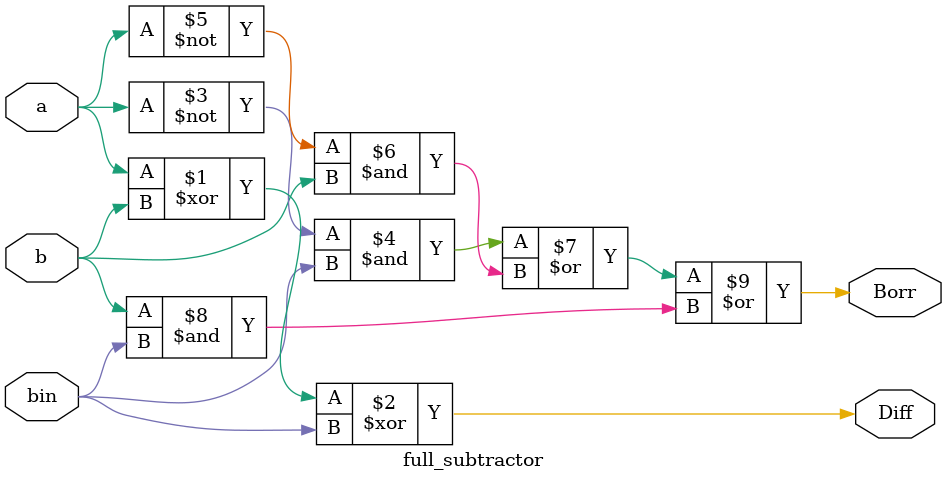
<source format=v>

`timescale 1ns / 1ps

module full_subtractor(
    input a,
    input b,
    input bin,
    output Diff,
    output Borr
);
    assign Diff = a ^ b ^ bin;
    assign Borr = (~a & bin)|(~a & b)|(b & bin);
endmodule

</source>
